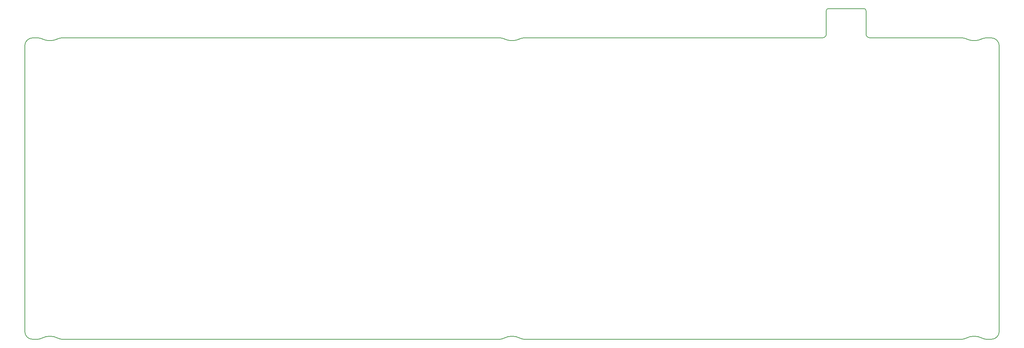
<source format=gbr>
%TF.GenerationSoftware,KiCad,Pcbnew,(7.0.0)*%
%TF.CreationDate,2023-09-24T20:57:07+02:00*%
%TF.ProjectId,mekanical,6d656b61-6e69-4636-916c-2e6b69636164,rev?*%
%TF.SameCoordinates,Original*%
%TF.FileFunction,Profile,NP*%
%FSLAX46Y46*%
G04 Gerber Fmt 4.6, Leading zero omitted, Abs format (unit mm)*
G04 Created by KiCad (PCBNEW (7.0.0)) date 2023-09-24 20:57:07*
%MOMM*%
%LPD*%
G01*
G04 APERTURE LIST*
%TA.AperFunction,Profile*%
%ADD10C,0.200000*%
%TD*%
G04 APERTURE END LIST*
D10*
X268564658Y-107663307D02*
G75*
G03*
X269727109Y-107950000I1162442J2213307D01*
G01*
X146963945Y-31750000D02*
X36573555Y-31750000D01*
X263463945Y-31750000D02*
X240262500Y-31750000D01*
X29193750Y-107950000D02*
X30310391Y-107950000D01*
X29193750Y-31750000D02*
G75*
G03*
X27193750Y-33750000I0J-2000000D01*
G01*
X229262500Y-24850000D02*
X229262500Y-30750000D01*
X229762500Y-24350000D02*
G75*
G03*
X229262500Y-24850000I0J-500000D01*
G01*
X35564660Y-107663305D02*
G75*
G03*
X31472840Y-107663305I-2045910J-3895411D01*
G01*
X228262500Y-31750000D02*
G75*
G03*
X229262500Y-30750000I0J1000000D01*
G01*
X27193750Y-105950000D02*
G75*
G03*
X29193750Y-107950000I2000000J0D01*
G01*
X153227109Y-107950000D02*
X263310391Y-107950000D01*
X269573555Y-31749981D02*
G75*
G03*
X268466742Y-32008358I45J-2500019D01*
G01*
X36573555Y-31749981D02*
G75*
G03*
X35466742Y-32008358I45J-2500019D01*
G01*
X30463945Y-31750000D02*
X29193750Y-31750000D01*
X31570758Y-32008356D02*
G75*
G03*
X35466742Y-32008356I1947992J3945293D01*
G01*
X31570749Y-32008375D02*
G75*
G03*
X30463945Y-31750000I-1106849J-2241625D01*
G01*
X239262500Y-30750000D02*
G75*
G03*
X240262500Y-31750000I1000000J0D01*
G01*
X272843800Y-33750000D02*
G75*
G03*
X270843750Y-31750000I-2000000J0D01*
G01*
X27193750Y-33750000D02*
X27193750Y-105950000D01*
X152064658Y-107663307D02*
G75*
G03*
X153227109Y-107950000I1162442J2213307D01*
G01*
X268564660Y-107663305D02*
G75*
G03*
X264472840Y-107663305I-2045910J-3895411D01*
G01*
X238762500Y-24350000D02*
X229762500Y-24350000D01*
X148070758Y-32008356D02*
G75*
G03*
X151966742Y-32008356I1947992J3945293D01*
G01*
X30310391Y-107949996D02*
G75*
G03*
X31472840Y-107663304I9J2499996D01*
G01*
X239262500Y-30750000D02*
X239262500Y-24850000D01*
X35564658Y-107663307D02*
G75*
G03*
X36727109Y-107950000I1162442J2213307D01*
G01*
X272843750Y-105950000D02*
X272843750Y-33750000D01*
X264570758Y-32008356D02*
G75*
G03*
X268466742Y-32008356I1947992J3945293D01*
G01*
X239262500Y-24850000D02*
G75*
G03*
X238762500Y-24350000I-500000J0D01*
G01*
X36727109Y-107950000D02*
X146810391Y-107950000D01*
X270843750Y-107949950D02*
G75*
G03*
X272843750Y-105950000I50J1999950D01*
G01*
X153073555Y-31749981D02*
G75*
G03*
X151966742Y-32008358I45J-2500019D01*
G01*
X263310391Y-107949996D02*
G75*
G03*
X264472840Y-107663304I9J2499996D01*
G01*
X152064660Y-107663305D02*
G75*
G03*
X147972840Y-107663305I-2045910J-3895411D01*
G01*
X148070749Y-32008375D02*
G75*
G03*
X146963945Y-31750000I-1106849J-2241625D01*
G01*
X264570749Y-32008375D02*
G75*
G03*
X263463945Y-31750000I-1106849J-2241625D01*
G01*
X228262500Y-31750000D02*
X153073555Y-31750000D01*
X270843750Y-31750000D02*
X269573555Y-31750000D01*
X269727109Y-107950000D02*
X270843750Y-107950000D01*
X146810391Y-107949996D02*
G75*
G03*
X147972840Y-107663304I9J2499996D01*
G01*
M02*

</source>
